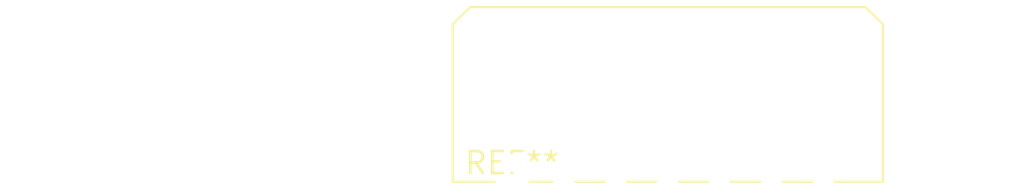
<source format=kicad_pcb>
(kicad_pcb (version 20240108) (generator pcbnew)
  (layers (0 "F.Cu" signal) (31 "B.Cu" signal) (34 "B.Paste" user) (35 "F.Paste" user) (36 "B.SilkS" user "B.Silkscreen") (37 "F.SilkS" user "F.Silkscreen") (38 "B.Mask" user) (39 "F.Mask" user) (44 "Edge.Cuts" user))
  (net 0 "")
  (footprint "Molex_Micro-Fit_3.0_43650-0700_1x07_P3.00mm_Horizontal" (layer "F.Cu") (at 0 0)
    (property "Reference" "REF**")
    (property "Value" "Molex_Micro-Fit_3.0_43650-0700_1x07_P3.00mm_Horizontal")
    (fp_line (start -3.435 -8.03) (end -2.435 -9.03) (layer "F.SilkS") (stroke (width 0.12)))
    (fp_line (start -3.435 1.09) (end -3.435 -8.03) (layer "F.SilkS") (stroke (width 0.12)))
    (fp_line (start -3.435 1.09) (end -1.01 1.09) (layer "F.SilkS") (stroke (width 0.12)))
    (fp_line (start -2.435 -9.03) (end 20.435 -9.03) (layer "F.SilkS") (stroke (width 0.12)))
    (fp_line (start 1.01 1.09) (end 2.348233 1.09) (layer "F.SilkS") (stroke (width 0.12)))
    (fp_line (start 3.651767 1.09) (end 5.348233 1.09) (layer "F.SilkS") (stroke (width 0.12)))
    (fp_line (start 6.651767 1.09) (end 8.348233 1.09) (layer "F.SilkS") (stroke (width 0.12)))
    (fp_line (start 9.651767 1.09) (end 11.348233 1.09) (layer "F.SilkS") (stroke (width 0.12)))
    (fp_line (start 12.651767 1.09) (end 14.348233 1.09) (layer "F.SilkS") (stroke (width 0.12)))
    (fp_line (start 15.651767 1.09) (end 17.348233 1.09) (layer "F.SilkS") (stroke (width 0.12)))
    (fp_line (start 20.435 -9.03) (end 21.435 -8.03) (layer "F.SilkS") (stroke (width 0.12)))
    (fp_line (start 21.435 -8.03) (end 21.435 1.09) (layer "F.SilkS") (stroke (width 0.12)))
    (fp_line (start 21.435 1.09) (end 18.651767 1.09) (layer "F.SilkS") (stroke (width 0.12)))
    (pad "" np_thru_hole circle (at 2.15 -4.32) (size 3 3) (drill 3) (layers *.Cu *.Mask))
    (pad "" np_thru_hole circle (at 15.85 -4.32) (size 3 3) (drill 3) (layers *.Cu *.Mask))
    (pad "1" thru_hole roundrect (at 0 0) (size 1.5 2.02) (drill 1.02) (layers *.Cu *.Mask) (remove_unused_layers) (roundrect_rratio 0.166667))
    (pad "2" thru_hole oval (at 3 0) (size 1.5 2.02) (drill 1.02) (layers *.Cu *.Mask) (remove_unused_layers))
    (pad "3" thru_hole oval (at 6 0) (size 1.5 2.02) (drill 1.02) (layers *.Cu *.Mask) (remove_unused_layers))
    (pad "4" thru_hole oval (at 9 0) (size 1.5 2.02) (drill 1.02) (layers *.Cu *.Mask) (remove_unused_layers))
    (pad "5" thru_hole oval (at 12 0) (size 1.5 2.02) (drill 1.02) (layers *.Cu *.Mask) (remove_unused_layers))
    (pad "6" thru_hole oval (at 15 0) (size 1.5 2.02) (drill 1.02) (layers *.Cu *.Mask) (remove_unused_layers))
    (pad "7" thru_hole oval (at 18 0) (size 1.5 2.02) (drill 1.02) (layers *.Cu *.Mask) (remove_unused_layers))
  )
)
</source>
